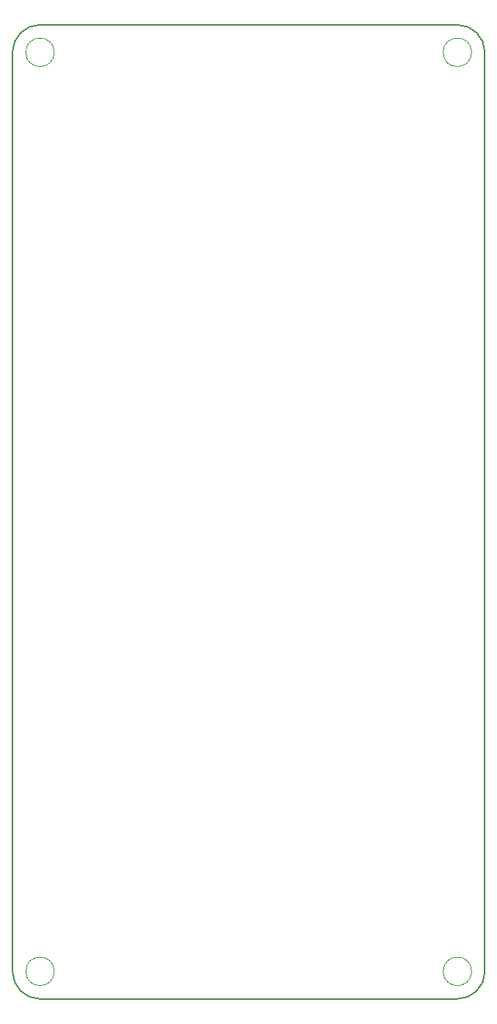
<source format=gbr>
%TF.GenerationSoftware,KiCad,Pcbnew,(5.1.10)-1*%
%TF.CreationDate,2024-04-06T16:28:10+09:00*%
%TF.ProjectId,KiCAD_BLEModuleDevTestBoard,4b694341-445f-4424-9c45-4d6f64756c65,rev?*%
%TF.SameCoordinates,Original*%
%TF.FileFunction,Profile,NP*%
%FSLAX46Y46*%
G04 Gerber Fmt 4.6, Leading zero omitted, Abs format (unit mm)*
G04 Created by KiCad (PCBNEW (5.1.10)-1) date 2024-04-06 16:28:10*
%MOMM*%
%LPD*%
G01*
G04 APERTURE LIST*
%TA.AperFunction,Profile*%
%ADD10C,0.150000*%
%TD*%
%TA.AperFunction,Profile*%
%ADD11C,0.100000*%
%TD*%
G04 APERTURE END LIST*
D10*
X170500000Y-43500000D02*
X125000000Y-43500000D01*
X173500000Y-146500000D02*
X173500000Y-46500000D01*
X125000000Y-149500000D02*
X170500000Y-149500000D01*
X122000000Y-46500000D02*
X122000000Y-146500000D01*
X173500000Y-146500000D02*
G75*
G02*
X170500000Y-149500000I-3000000J0D01*
G01*
X125000000Y-149500000D02*
G75*
G02*
X122000000Y-146500000I0J3000000D01*
G01*
X170500000Y-43500000D02*
G75*
G02*
X173500000Y-46500000I0J-3000000D01*
G01*
X122000000Y-46500000D02*
G75*
G02*
X125000000Y-43500000I3000000J0D01*
G01*
D11*
X172050000Y-146500000D02*
G75*
G03*
X172050000Y-146500000I-1550000J0D01*
G01*
X126550000Y-146500000D02*
G75*
G03*
X126550000Y-146500000I-1550000J0D01*
G01*
X126550000Y-46500000D02*
G75*
G03*
X126550000Y-46500000I-1550000J0D01*
G01*
X172050000Y-46500000D02*
G75*
G03*
X172050000Y-46500000I-1550000J0D01*
G01*
M02*

</source>
